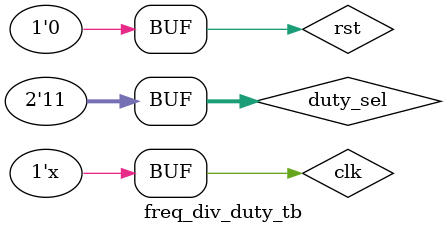
<source format=v>
module freq_div_duty #(parameter N = 5)(
   input clk,
   input rst,
   input [1:0] duty_sel,//00 - 20%,01 - 40%,10 - 60%,11 - 80%
   output reg out);
   
   reg [2:0] cout;
    
   always @ (posedge clk or posedge rst)begin
    if(rst)
	count <= 0;
	    else
	count <= (count == N-1) ?0: count +1;
	end
	always @(*) begin
	    case (duty_sel)
		    2'b00: out= (count <= 1); //20% duty
            2'b01: out= (count <= 2); //40% duty
  			2'b10: out= (count <= 3); //60% duty
			2'b11: out= (count <= 4); //80% duty
            default:out= 0;
	    endcase
    end
	endmodule

  //-----------Testbench--------------
  module freq_div_duty_tb();
      reg clk;
	  reg rst;
	  reg[1:0] duty_sel;
	  wire out;
	  
	 freq_div_duty uut (
	                    .clk(clk),
	                    .rst(rst),
	                    .duty_sel(duty_sel),
	                    .out(out));
						
	//clock generation
	initial clk =0;
	always #5 clk=~clk; //10ns clock period
	
	initial begin 
	$dumpfile("freq_div_duty.vcd");
	$dumpvars(0,freq_div_duty_tb);
	
	//reset
	rst=1;
	duty_sel = 2'b00;
	#20;
	rst = 0;
	
	//test each duty cycle
	duty_sel = 2'b00;  //20%
	#100;
	
	duty_sel = 2'b01;  //40%
	#100;
	
	duty_sel = 2'b10;  //60%
	#100;
	  
	duty_sel = 2'b11;  //80%
	#100;
	
	end
	endmodule
	

</source>
